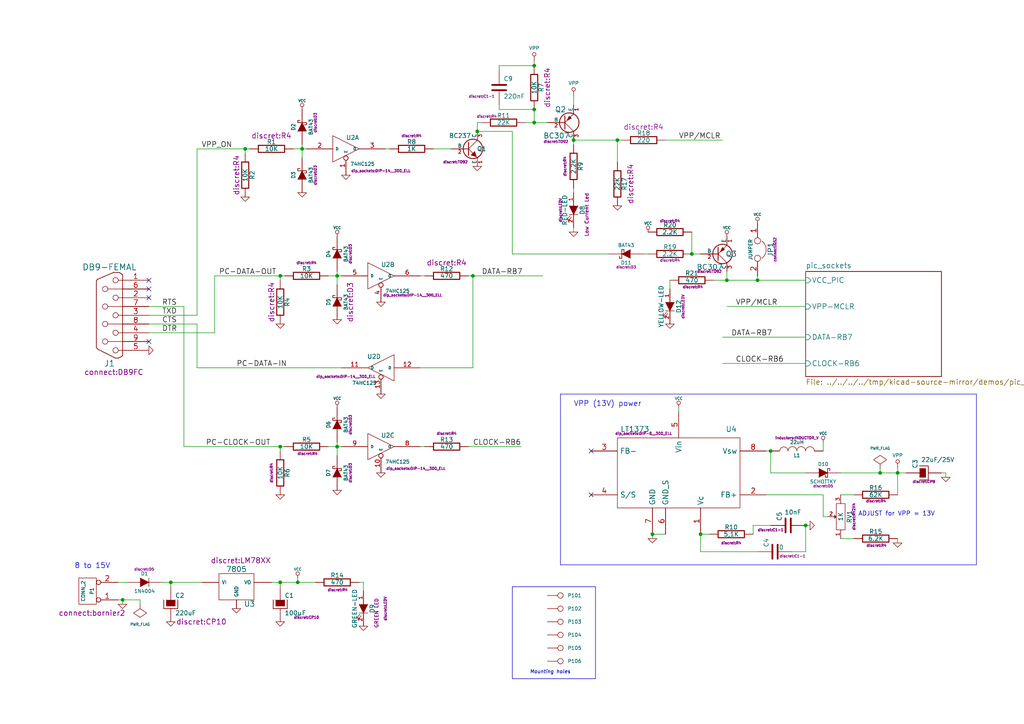
<source format=kicad_sch>
(kicad_sch (version 20230121) (generator eeschema)
  (paper "A4")
  (title_block (title "JDM - COM84 PIC Programmer with 13V DC/DC converter") (date "05 jan 2014") (rev "2") (company "KiCad"))
  (lib_symbols
    (symbol "pic_programmer-rescue:74LS125" (pin_names (offset 0.762))
      (property "Reference" "U" (at 0 2.54 0))
      (property "Value" "74LS125" (at 1.27 -3.81 0))
      (symbol "74LS125_0_0"
        (pin power_in line (at -3.81 3.81 270) (length 0) hide (name "VCC") (number "14"))
        (pin power_in line (at -3.81 -3.81 90) (length 0) hide (name "GND") (number "7"))
      )
      (symbol "74LS125_0_1"
        (polyline (pts (xy -3.81 3.81) (xy -3.81 -3.81) (xy 3.81 0) (xy -3.81 3.81)))
      )
      (symbol "74LS125_1_0"
        (pin input inverted (at 0 -7.62 90) (length 5.588) (name "E") (number "1"))
      )
      (symbol "74LS125_1_1"
        (pin input line (at -11.43 0 0) (length 7.62) (name "D") (number "2"))
        (pin tri_state line (at 11.43 0 180) (length 7.62) (name "O") (number "3"))
      )
      (symbol "74LS125_2_0"
        (pin input inverted (at 0 -7.62 90) (length 5.588) (name "E") (number "4"))
      )
      (symbol "74LS125_2_1"
        (pin input line (at -11.43 0 0) (length 7.62) (name "D") (number "5"))
        (pin tri_state line (at 11.43 0 180) (length 7.62) (name "O") (number "6"))
      )
      (symbol "74LS125_3_0"
        (pin input inverted (at 0 -7.62 90) (length 5.588) (name "E") (number "10"))
      )
      (symbol "74LS125_3_1"
        (pin tri_state line (at 11.43 0 180) (length 7.62) (name "O") (number "8"))
        (pin input line (at -11.43 0 0) (length 7.62) (name "D") (number "9"))
      )
      (symbol "74LS125_4_0"
        (pin input inverted (at 0 -7.62 90) (length 5.588) (name "E") (number "13"))
      )
      (symbol "74LS125_4_1"
        (pin tri_state line (at 11.43 0 180) (length 7.62) (name "O") (number "11"))
        (pin input line (at -11.43 0 0) (length 7.62) (name "D") (number "12"))
      )
    )
    (symbol "pic_programmer-rescue:7805" (pin_numbers hide) (pin_names (offset 0.762))
      (property "Reference" "U" (at 3.81 -4.9784 0))
      (property "Value" "7805" (at 0 5.08 0))
      (symbol "7805_0_1"
        (rectangle (start -5.08 -3.81) (end 5.08 3.81))
      )
      (symbol "7805_1_1"
        (pin input line (at 0 -6.35 90) (length 2.54) (name "GND") (number "GND"))
        (pin input line (at -10.16 1.27 0) (length 5.08) (name "VI") (number "VI"))
        (pin power_out line (at 10.16 1.27 180) (length 5.08) (name "VO") (number "VO"))
      )
    )
    (symbol "pic_programmer-rescue:C" (pin_numbers hide) (pin_names (offset 0.254))
      (property "Reference" "C" (at 0 2.54 0))
      (property "Value" "C" (at 0.1524 -2.159 0))
      (symbol "C_0_1"
        (polyline (pts (xy -2.032 -0.762) (xy 2.032 -0.762)) (stroke (width 0.508)))
        (polyline (pts (xy -2.032 0.762) (xy 2.032 0.762)) (stroke (width 0.508)))
      )
      (symbol "C_1_1"
        (pin passive line (at 0 5.08 270) (length 4.318) (name "~") (number "1"))
        (pin passive line (at 0 -5.08 90) (length 4.318) (name "~") (number "2"))
      )
    )
    (symbol "pic_programmer-rescue:CONN_1" (pin_numbers hide) (pin_names (offset 0.762) hide)
      (property "Reference" "P" (at 2.032 0 0))
      (symbol "CONN_1_0_1"
        (polyline (pts (xy -0.762 0) (xy -1.27 0)))
        (circle (center 0 0) (radius 0.7874))
      )
      (symbol "CONN_1_1_1"
        (pin passive line (at -3.81 0 0) (length 2.54) (name "1") (number "1"))
      )
    )
    (symbol "pic_programmer-rescue:CONN_2" (pin_names (offset 1.016) hide)
      (property "Reference" "P" (at -1.27 0 90))
      (property "Value" "CONN_2" (at 1.27 0 90))
      (symbol "CONN_2_0_1"
        (rectangle (start -2.54 3.81) (end 2.54 -3.81))
      )
      (symbol "CONN_2_1_1"
        (pin passive inverted (at -8.89 2.54 0) (length 6.35) (name "P1") (number "1"))
        (pin passive inverted (at -8.89 -2.54 0) (length 6.35) (name "PM") (number "2"))
      )
    )
    (symbol "pic_programmer-rescue:CP" (pin_numbers hide) (pin_names (offset 0.254) hide)
      (property "Reference" "C" (at 1.27 2.54 0))
      (property "Value" "CP" (at 1.27 -2.54 0))
      (symbol "CP_0_1"
        (polyline (pts (xy -2.032 1.27) (xy -2.032 -1.27) (xy 2.032 -1.27) (xy 2.032 1.27)) (stroke (width 0.2032)))
        (polyline (pts (xy -1.27 1.27) (xy -1.27 -0.508) (xy 1.27 -0.508) (xy 1.27 1.27)) (fill (type outline)))
      )
      (symbol "CP_1_1"
        (pin passive line (at 0 5.08 270) (length 3.81) (name "~") (number "1"))
        (pin passive line (at 0 -5.08 90) (length 3.81) (name "~") (number "2"))
      )
    )
    (symbol "pic_programmer-rescue:DB9" (pin_names (offset 1.016) hide)
      (property "Reference" "J" (at 0 13.97 0))
      (property "Value" "DB9" (at 0 -13.97 0))
      (symbol "DB9_0_1"
        (circle (center -1.778 -10.16) (radius 0.762))
        (circle (center -1.778 -5.08) (radius 0.762))
        (circle (center -1.778 0) (radius 0.762))
        (circle (center -1.778 5.08) (radius 0.762))
        (circle (center -1.778 10.16) (radius 0.762))
        (polyline (pts (xy -3.81 -11.684) (xy -3.81 11.684)) (stroke (width 0.2032)))
        (polyline (pts (xy -3.81 -11.6586) (xy -3.556 -11.938)) (stroke (width 0.2032)))
        (polyline (pts (xy -3.81 -10.16) (xy -2.54 -10.16)))
        (polyline (pts (xy -3.81 -7.62) (xy 0.508 -7.62)))
        (polyline (pts (xy -3.81 -5.08) (xy -2.54 -5.08)))
        (polyline (pts (xy -3.81 -2.54) (xy 0.508 -2.54)))
        (polyline (pts (xy -3.81 0) (xy -2.54 0)))
        (polyline (pts (xy -3.81 2.54) (xy 0.508 2.54)))
        (polyline (pts (xy -3.81 5.08) (xy -2.54 5.08)))
        (polyline (pts (xy -3.81 7.62) (xy 0.508 7.62)))
        (polyline (pts (xy -3.81 10.16) (xy -2.54 10.16)))
        (polyline (pts (xy -3.556 -11.938) (xy -2.794 -12.446)) (stroke (width 0.2032)))
        (polyline (pts (xy -3.556 11.938) (xy -3.81 11.684)) (stroke (width 0.2032)))
        (polyline (pts (xy -3.556 11.938) (xy -2.54 12.446)) (stroke (width 0.2032)))
        (polyline (pts (xy -2.794 -12.446) (xy -1.27 -12.446)) (stroke (width 0.2032)))
        (polyline (pts (xy -2.54 12.446) (xy -1.778 12.446)) (stroke (width 0.2032)))
        (polyline (pts (xy 3.2766 9.906) (xy -1.778 12.446)) (stroke (width 0.2032)))
        (polyline (pts (xy 3.2766 9.906) (xy 3.81 9.398)) (stroke (width 0.2032)))
        (polyline (pts (xy 3.556 -10.3886) (xy -1.27 -12.446)) (stroke (width 0.2032)))
        (polyline (pts (xy 3.81 -9.906) (xy 3.556 -10.3886)) (stroke (width 0.2032)))
        (polyline (pts (xy 3.81 9.398) (xy 3.81 -9.906)) (stroke (width 0.2032)))
        (circle (center 1.27 -7.62) (radius 0.762))
        (circle (center 1.27 -2.54) (radius 0.762))
        (circle (center 1.27 2.54) (radius 0.762))
        (circle (center 1.27 7.62) (radius 0.762))
      )
      (symbol "DB9_1_1"
        (pin passive line (at -11.43 -10.16 0) (length 7.62) (name "1") (number "1"))
        (pin passive line (at -11.43 -5.08 0) (length 7.62) (name "2") (number "2"))
        (pin passive line (at -11.43 0 0) (length 7.62) (name "3") (number "3"))
        (pin passive line (at -11.43 5.08 0) (length 7.62) (name "4") (number "4"))
        (pin passive line (at -11.43 10.16 0) (length 7.62) (name "5") (number "5"))
        (pin passive line (at -11.43 -7.62 0) (length 7.62) (name "P6") (number "6"))
        (pin passive line (at -11.43 -2.54 0) (length 7.62) (name "P7") (number "7"))
        (pin passive line (at -11.43 2.54 0) (length 7.62) (name "P8") (number "8"))
        (pin passive line (at -11.43 7.62 0) (length 7.62) (name "P9") (number "9"))
      )
    )
    (symbol "pic_programmer-rescue:DIODE" (pin_numbers hide) (pin_names (offset 1.016) hide)
      (property "Reference" "D" (at 0 2.54 0))
      (property "Value" "DIODE" (at 0 -2.54 0))
      (symbol "DIODE_0_1"
        (polyline (pts (xy 1.27 1.27) (xy 1.27 -1.27)) (stroke (width 0.1524)))
        (polyline (pts (xy -1.27 1.27) (xy 1.27 0) (xy -1.27 -1.27)) (fill (type outline)))
      )
      (symbol "DIODE_1_1"
        (pin passive line (at -5.08 0 0) (length 3.81) (name "A") (number "1"))
        (pin passive line (at 5.08 0 180) (length 3.81) (name "K") (number "2"))
      )
    )
    (symbol "pic_programmer-rescue:DIODESCH" (pin_numbers hide) (pin_names (offset 1.016) hide)
      (property "Reference" "D" (at 0 2.54 0))
      (property "Value" "DIODESCH" (at 0 -2.54 0))
      (symbol "DIODESCH_0_1"
        (polyline (pts (xy -1.27 1.27) (xy 1.27 0) (xy -1.27 -1.27)) (fill (type outline)))
        (polyline (pts (xy 1.905 0.635) (xy 1.905 1.27) (xy 1.27 1.27) (xy 1.27 -1.27) (xy 0.635 -1.27) (xy 0.635 -0.635)) (stroke (width 0.2032)))
      )
      (symbol "DIODESCH_1_1"
        (pin passive line (at -5.08 0 0) (length 3.81) (name "A") (number "1"))
        (pin passive line (at 5.08 0 180) (length 3.81) (name "K") (number "2"))
      )
    )
    (symbol "pic_programmer-rescue:GND" (power) (pin_names (offset 0))
      (symbol "GND_0_1"
        (polyline (pts (xy -1.27 0) (xy 0 -1.27) (xy 1.27 0) (xy -1.27 0)))
      )
      (symbol "GND_1_1"
        (pin power_in line (at 0 0 90) (length 0) hide (name "GND") (number "1"))
      )
    )
    (symbol "pic_programmer-rescue:INDUCTOR" (pin_numbers hide) (pin_names (offset 1.016) hide)
      (property "Reference" "L" (at -1.27 0 90))
      (property "Value" "INDUCTOR" (at 2.54 0 90))
      (symbol "INDUCTOR_0_1"
        (arc (start 0.0254 -5.0546) (mid 1.2449 -3.8097) (end 0.0254 -2.54))
        (arc (start 0.0254 -2.5146) (mid 1.2703 -1.2444) (end 0.0254 0.0508))
        (arc (start 0.0254 0.0254) (mid 1.2703 1.2956) (end 0.0254 2.5908))
        (arc (start 0.0254 2.5654) (mid 1.1941 3.7595) (end 0.0254 4.9784))
      )
      (symbol "INDUCTOR_1_1"
        (pin passive line (at 0 7.62 270) (length 2.54) (name "1") (number "1"))
        (pin passive line (at 0 -7.62 90) (length 2.54) (name "2") (number "2"))
      )
    )
    (symbol "pic_programmer-rescue:JUMPER" (pin_names (offset 0.762) hide)
      (property "Reference" "JP" (at 0 3.81 0))
      (property "Value" "JUMPER" (at 0 -2.032 0))
      (symbol "JUMPER_0_1"
        (circle (center -2.54 0) (radius 0.889))
        (arc (start 2.5146 1.27) (mid 0.0078 2.5097) (end -2.4892 1.27))
        (circle (center 2.54 0) (radius 0.889))
        (pin passive line (at -7.62 0 0) (length 4.191) (name "1") (number "1"))
        (pin passive line (at 7.62 0 180) (length 4.191) (name "2") (number "2"))
      )
    )
    (symbol "pic_programmer-rescue:LED" (pin_names (offset 1.016) hide)
      (property "Reference" "D" (at 0 2.54 0))
      (property "Value" "LED" (at 0 -2.54 0))
      (symbol "LED_0_1"
        (polyline (pts (xy 1.27 1.27) (xy 1.27 -1.27)))
        (polyline (pts (xy -1.27 1.27) (xy 1.27 0) (xy -1.27 -1.27)) (fill (type outline)))
        (polyline (pts (xy 1.651 -1.016) (xy 2.794 -2.032) (xy 2.667 -1.397)))
        (polyline (pts (xy 2.032 -0.635) (xy 3.175 -1.651) (xy 3.048 -1.016)))
      )
      (symbol "LED_1_1"
        (pin passive line (at -5.08 0 0) (length 3.81) (name "A") (number "1"))
        (pin passive line (at 5.08 0 180) (length 3.81) (name "K") (number "2"))
      )
    )
    (symbol "pic_programmer-rescue:LT1373" (pin_names (offset 0.762))
      (property "Reference" "U" (at 15.24 12.7 0))
      (property "Value" "LT1373" (at -12.7 12.7 0))
      (symbol "LT1373_0_1"
        (rectangle (start -17.78 -10.16) (end 17.78 10.16))
      )
      (symbol "LT1373_1_1"
        (pin input line (at 6.35 -17.78 90) (length 7.62) (name "Vc") (number "1"))
        (pin input line (at 25.4 -6.35 180) (length 7.62) (name "FB+") (number "2"))
        (pin passive line (at -25.4 6.35 0) (length 7.62) (name "FB-") (number "3"))
        (pin passive line (at -25.4 -6.35 0) (length 7.62) (name "S/S") (number "4"))
        (pin power_in line (at 0 17.78 270) (length 7.62) (name "Vin") (number "5"))
        (pin input line (at -3.81 -17.78 90) (length 7.62) (name "GND_S") (number "6"))
        (pin input line (at -7.62 -17.78 90) (length 7.62) (name "GND") (number "7"))
        (pin input line (at 25.4 6.35 180) (length 7.62) (name "Vsw") (number "8"))
      )
    )
    (symbol "pic_programmer-rescue:NPN" (pin_names (offset 0))
      (property "Reference" "Q" (at 0 -3.81 0))
      (property "Value" "NPN" (at 0 3.81 0))
      (symbol "NPN_0_1"
        (polyline (pts (xy 0 0) (xy 2.54 2.54)))
        (polyline (pts (xy 0 1.905) (xy 0 -1.905) (xy 0 -1.905)) (stroke (width 0.254)))
        (polyline (pts (xy 1.27 -1.27) (xy 0 0) (xy 0 0)))
        (polyline (pts (xy 2.286 -2.286) (xy 2.54 -2.54) (xy 2.54 -2.54)))
        (polyline (pts (xy 2.286 -2.286) (xy 1.778 -0.762) (xy 0.762 -1.778) (xy 2.286 -2.286) (xy 2.286 -2.286)) (fill (type outline)))
        (circle (center 1.27 0) (radius 2.8194) (stroke (width 0.254)))
      )
      (symbol "NPN_1_1"
        (pin passive line (at 2.54 -5.08 90) (length 2.54) (name "E") (number "1"))
        (pin input line (at -5.08 0 0) (length 5.08) (name "B") (number "2"))
        (pin passive line (at 2.54 5.08 270) (length 2.54) (name "C") (number "3"))
      )
    )
    (symbol "pic_programmer-rescue:PNP" (pin_names (offset 0))
      (property "Reference" "Q" (at 0 -3.81 0))
      (property "Value" "PNP" (at 0 3.81 0))
      (symbol "PNP_0_1"
        (polyline (pts (xy 0 0) (xy 2.54 2.54)))
        (polyline (pts (xy 0 1.905) (xy 0 -1.905) (xy 0 -1.905)) (stroke (width 0.254)) (fill (type outline)))
        (polyline (pts (xy 0.635 -0.635) (xy 0 0) (xy 0 0)))
        (polyline (pts (xy 2.54 -2.54) (xy 1.651 -1.651) (xy 1.651 -1.651)))
        (polyline (pts (xy 0.635 -0.635) (xy 1.27 -1.905) (xy 1.905 -1.27) (xy 0.635 -0.635) (xy 0.635 -0.635)) (fill (type outline)))
        (circle (center 1.27 0) (radius 2.8194) (stroke (width 0.254)))
      )
      (symbol "PNP_1_1"
        (pin passive line (at 2.54 -5.08 90) (length 2.54) (name "E") (number "1"))
        (pin input line (at -5.08 0 0) (length 5.08) (name "B") (number "2"))
        (pin passive line (at 2.54 5.08 270) (length 2.54) (name "C") (number "3"))
      )
    )
    (symbol "pic_programmer-rescue:POT" (pin_names (offset 1.016) hide)
      (property "Reference" "RV" (at 0 -2.54 0))
      (property "Value" "POT" (at 0 0 0))
      (symbol "POT_0_1"
        (rectangle (start -3.81 1.27) (end 3.81 -1.27))
        (polyline (pts (xy 0 1.27) (xy -0.508 1.778) (xy 0.508 1.778)) (fill (type outline)))
      )
      (symbol "POT_1_1"
        (pin passive line (at -6.35 0 0) (length 2.54) (name "1") (number "1"))
        (pin passive line (at 0 3.81 270) (length 2.032) (name "2") (number "2"))
        (pin passive line (at 6.35 0 180) (length 2.54) (name "3") (number "3"))
      )
    )
    (symbol "pic_programmer-rescue:PWR_FLAG" (power) (pin_numbers hide) (pin_names (offset 0) hide)
      (property "Value" "PWR_FLAG" (at 0 4.572 0))
      (symbol "PWR_FLAG_0_0"
        (pin power_out line (at 0 0 90) (length 0) (name "pwr") (number "1"))
      )
      (symbol "PWR_FLAG_0_1"
        (polyline (pts (xy 0 0) (xy 0 1.27) (xy -1.905 2.54) (xy 0 3.81) (xy 1.905 2.54) (xy 0 1.27)))
      )
    )
    (symbol "pic_programmer-rescue:R" (pin_numbers hide) (pin_names (offset 0))
      (property "Reference" "R" (at 2.032 0 90))
      (property "Value" "R" (at 0.1778 0.0254 90))
      (symbol "R_0_1"
        (rectangle (start -1.016 3.81) (end 1.016 -3.81) (stroke (width 0.3048)))
      )
      (symbol "R_1_1"
        (pin passive line (at 0 6.35 270) (length 2.54) (name "~") (number "1"))
        (pin passive line (at 0 -6.35 90) (length 2.54) (name "~") (number "2"))
      )
    )
    (symbol "pic_programmer-rescue:VCC" (power) (pin_names (offset 0))
      (property "Value" "VCC" (at 0 2.54 0))
      (symbol "VCC_0_0"
        (pin power_in line (at 0 0 90) (length 0) hide (name "VCC") (number "1"))
      )
      (symbol "VCC_0_1"
        (polyline (pts (xy 0 0) (xy 0 0.762) (xy 0 0.762)))
        (circle (center 0 1.27) (radius 0.508))
      )
    )
    (symbol "pic_programmer-rescue:VPP" (pin_names (offset 0))
      (property "Value" "VPP" (at 0 3.81 0))
      (symbol "VPP_0_0"
        (pin power_in line (at 0 0 90) (length 0) hide (name "VPP") (number "1"))
      )
      (symbol "VPP_0_1"
        (polyline (pts (xy 0 1.524) (xy 0 0)))
        (circle (center 0 2.032) (radius 0.508))
      )
    )
  )
  (junction (at 200.66 73.66))
  (junction (at 81.28 80.01))
  (junction (at 189.23 154.94))
  (junction (at 86.36 168.91))
  (junction (at 219.71 81.28))
  (junction (at 210.82 81.28))
  (junction (at 87.63 43.18))
  (junction (at 260.35 137.16))
  (junction (at 166.37 40.64))
  (junction (at 97.79 129.54))
  (junction (at 203.2 154.94))
  (junction (at 138.43 38.1))
  (junction (at 154.94 31.75))
  (junction (at 81.28 129.54))
  (junction (at 154.94 19.05))
  (junction (at 179.07 40.64))
  (junction (at 81.28 168.91))
  (junction (at 233.68 152.4))
  (junction (at 49.53 168.91))
  (junction (at 97.79 80.01))
  (junction (at 255.27 137.16))
  (junction (at 223.52 130.81))
  (junction (at 137.16 80.01))
  (junction (at 35.56 173.99))
  (junction (at 71.12 43.18))
  (junction (at 154.94 35.56))
  (no_connect (at 171.45 143.51))
  (no_connect (at 43.18 86.36))
  (no_connect (at 43.18 83.82))
  (no_connect (at 43.18 81.28))
  (no_connect (at 43.18 99.06))
  (no_connect (at 171.45 130.81))
  (wire (pts (xy 43.18 93.98) (xy 57.15 93.98)))
  (wire (pts (xy 229.87 160.02) (xy 233.68 160.02)))
  (wire (pts (xy 260.35 137.16) (xy 260.35 143.51)))
  (polyline (pts (xy 172.72 196.85) (xy 148.59 196.85)))
  (wire (pts (xy 99.06 106.68) (xy 57.15 106.68)))
  (wire (pts (xy 255.27 135.89) (xy 255.27 137.16)))
  (wire (pts (xy 166.37 54.61) (xy 166.37 55.88)))
  (wire (pts (xy 123.19 129.54) (xy 121.92 129.54)))
  (wire (pts (xy 71.12 43.18) (xy 72.39 43.18)))
  (wire (pts (xy 233.68 97.79) (xy 209.55 97.79)))
  (wire (pts (xy 233.68 160.02) (xy 233.68 152.4)))
  (wire (pts (xy 196.85 119.38) (xy 196.85 118.11)))
  (polyline (pts (xy 148.59 170.18) (xy 172.72 170.18)))
  (wire (pts (xy 144.78 20.32) (xy 144.78 19.05)))
  (wire (pts (xy 154.94 35.56) (xy 158.75 35.56)))
  (polyline (pts (xy 148.59 196.85) (xy 148.59 170.18)))
  (wire (pts (xy 137.16 80.01) (xy 157.48 80.01)))
  (wire (pts (xy 78.74 168.91) (xy 81.28 168.91)))
  (polyline (pts (xy 283.21 114.3) (xy 162.56 114.3)))
  (wire (pts (xy 238.76 149.86) (xy 238.76 143.51)))
  (wire (pts (xy 240.03 149.86) (xy 238.76 149.86)))
  (polyline (pts (xy 172.72 170.18) (xy 172.72 196.85)))
  (wire (pts (xy 138.43 35.56) (xy 138.43 38.1)))
  (wire (pts (xy 154.94 31.75) (xy 154.94 35.56)))
  (wire (pts (xy 34.29 173.99) (xy 35.56 173.99)))
  (wire (pts (xy 255.27 137.16) (xy 260.35 137.16)))
  (wire (pts (xy 247.65 143.51) (xy 243.84 143.51)))
  (wire (pts (xy 179.07 46.99) (xy 179.07 40.64)))
  (wire (pts (xy 148.59 73.66) (xy 176.53 73.66)))
  (wire (pts (xy 203.2 73.66) (xy 200.66 73.66)))
  (wire (pts (xy 260.35 156.21) (xy 260.35 157.48)))
  (wire (pts (xy 210.82 81.28) (xy 219.71 81.28)))
  (wire (pts (xy 49.53 170.18) (xy 49.53 168.91)))
  (wire (pts (xy 233.68 137.16) (xy 223.52 137.16)))
  (wire (pts (xy 166.37 40.64) (xy 179.07 40.64)))
  (wire (pts (xy 40.64 173.99) (xy 40.64 175.26)))
  (wire (pts (xy 189.23 156.21) (xy 189.23 154.94)))
  (wire (pts (xy 57.15 43.18) (xy 71.12 43.18)))
  (wire (pts (xy 36.83 168.91) (xy 34.29 168.91)))
  (wire (pts (xy 219.71 81.28) (xy 219.71 80.01)))
  (wire (pts (xy 81.28 168.91) (xy 81.28 170.18)))
  (wire (pts (xy 130.81 43.18) (xy 125.73 43.18)))
  (wire (pts (xy 194.31 83.82) (xy 194.31 81.28)))
  (wire (pts (xy 135.89 80.01) (xy 137.16 80.01)))
  (wire (pts (xy 166.37 66.04) (xy 166.37 67.31)))
  (wire (pts (xy 123.19 80.01) (xy 121.92 80.01)))
  (wire (pts (xy 86.36 168.91) (xy 91.44 168.91)))
  (wire (pts (xy 205.74 154.94) (xy 203.2 154.94)))
  (wire (pts (xy 138.43 38.1) (xy 148.59 38.1)))
  (wire (pts (xy 81.28 129.54) (xy 82.55 129.54)))
  (wire (pts (xy 193.04 40.64) (xy 209.55 40.64)))
  (wire (pts (xy 138.43 35.56) (xy 139.7 35.56)))
  (wire (pts (xy 121.92 106.68) (xy 137.16 106.68)))
  (wire (pts (xy 210.82 88.9) (xy 233.68 88.9)))
  (wire (pts (xy 53.34 129.54) (xy 53.34 88.9)))
  (wire (pts (xy 260.35 137.16) (xy 262.89 137.16)))
  (wire (pts (xy 57.15 106.68) (xy 57.15 93.98)))
  (wire (pts (xy 243.84 137.16) (xy 255.27 137.16)))
  (wire (pts (xy 166.37 30.48) (xy 166.37 27.94)))
  (wire (pts (xy 207.01 81.28) (xy 210.82 81.28)))
  (wire (pts (xy 233.68 152.4) (xy 234.95 152.4)))
  (wire (pts (xy 166.37 40.64) (xy 166.37 41.91)))
  (wire (pts (xy 105.41 171.45) (xy 105.41 168.91)))
  (wire (pts (xy 154.94 19.05) (xy 154.94 17.78)))
  (wire (pts (xy 35.56 173.99) (xy 40.64 173.99)))
  (wire (pts (xy 57.15 43.18) (xy 57.15 91.44)))
  (polyline (pts (xy 162.56 163.83) (xy 283.21 163.83)))
  (wire (pts (xy 53.34 88.9) (xy 43.18 88.9)))
  (wire (pts (xy 62.23 96.52) (xy 43.18 96.52)))
  (wire (pts (xy 71.12 44.45) (xy 71.12 43.18)))
  (wire (pts (xy 187.96 73.66) (xy 186.69 73.66)))
  (wire (pts (xy 247.65 156.21) (xy 243.84 156.21)))
  (wire (pts (xy 62.23 80.01) (xy 81.28 80.01)))
  (wire (pts (xy 219.71 81.28) (xy 233.68 81.28)))
  (wire (pts (xy 113.03 43.18) (xy 111.76 43.18)))
  (wire (pts (xy 260.35 135.89) (xy 260.35 137.16)))
  (wire (pts (xy 144.78 19.05) (xy 154.94 19.05)))
  (wire (pts (xy 274.32 138.43) (xy 274.32 137.16)))
  (wire (pts (xy 144.78 31.75) (xy 144.78 30.48)))
  (wire (pts (xy 87.63 43.18) (xy 88.9 43.18)))
  (wire (pts (xy 238.76 128.27) (xy 238.76 130.81)))
  (polyline (pts (xy 162.56 114.3) (xy 162.56 163.83)))
  (wire (pts (xy 97.79 129.54) (xy 97.79 132.08)))
  (wire (pts (xy 144.78 31.75) (xy 154.94 31.75)))
  (wire (pts (xy 203.2 154.94) (xy 203.2 160.02)))
  (wire (pts (xy 223.52 130.81) (xy 222.25 130.81)))
  (wire (pts (xy 86.36 168.91) (xy 86.36 167.64)))
  (wire (pts (xy 53.34 129.54) (xy 81.28 129.54)))
  (wire (pts (xy 97.79 78.74) (xy 97.79 80.01)))
  (wire (pts (xy 97.79 128.27) (xy 97.79 129.54)))
  (wire (pts (xy 210.82 81.28) (xy 210.82 78.74)))
  (wire (pts (xy 49.53 168.91) (xy 58.42 168.91)))
  (wire (pts (xy 179.07 40.64) (xy 180.34 40.64)))
  (wire (pts (xy 189.23 154.94) (xy 193.04 154.94)))
  (wire (pts (xy 95.25 129.54) (xy 97.79 129.54)))
  (wire (pts (xy 238.76 143.51) (xy 222.25 143.51)))
  (wire (pts (xy 137.16 106.68) (xy 137.16 80.01)))
  (polyline (pts (xy 283.21 114.3) (xy 283.21 163.83)))
  (wire (pts (xy 85.09 43.18) (xy 87.63 43.18)))
  (wire (pts (xy 87.63 41.91) (xy 87.63 43.18)))
  (wire (pts (xy 81.28 80.01) (xy 82.55 80.01)))
  (wire (pts (xy 151.13 129.54) (xy 135.89 129.54)))
  (wire (pts (xy 223.52 152.4) (xy 218.44 152.4)))
  (wire (pts (xy 200.66 73.66) (xy 200.66 67.31)))
  (wire (pts (xy 87.63 43.18) (xy 87.63 45.72)))
  (wire (pts (xy 81.28 168.91) (xy 86.36 168.91)))
  (wire (pts (xy 105.41 168.91) (xy 104.14 168.91)))
  (wire (pts (xy 95.25 80.01) (xy 97.79 80.01)))
  (wire (pts (xy 57.15 91.44) (xy 43.18 91.44)))
  (wire (pts (xy 97.79 80.01) (xy 99.06 80.01)))
  (wire (pts (xy 81.28 130.81) (xy 81.28 129.54)))
  (wire (pts (xy 148.59 38.1) (xy 148.59 73.66)))
  (wire (pts (xy 152.4 35.56) (xy 154.94 35.56)))
  (wire (pts (xy 97.79 129.54) (xy 99.06 129.54)))
  (wire (pts (xy 233.68 105.41) (xy 209.55 105.41)))
  (wire (pts (xy 218.44 152.4) (xy 218.44 154.94)))
  (wire (pts (xy 46.99 168.91) (xy 49.53 168.91)))
  (wire (pts (xy 203.2 160.02) (xy 219.71 160.02)))
  (wire (pts (xy 62.23 96.52) (xy 62.23 80.01)))
  (wire (pts (xy 97.79 80.01) (xy 97.79 82.55)))
  (wire (pts (xy 274.32 137.16) (xy 273.05 137.16)))
  (wire (pts (xy 223.52 137.16) (xy 223.52 130.81)))
  (wire (pts (xy 35.56 175.26) (xy 35.56 173.99)))
  (wire (pts (xy 81.28 81.28) (xy 81.28 80.01)))
  (text "VPP (13V) power" (at 166.37 118.11 0) (effects (font (size 1.524 1.524)) (justify left bottom)))
  (text "8 to 15V" (at 21.59 165.1 0) (effects (font (size 1.524 1.524)) (justify left bottom)))
  (text "ADJUST for VPP = 13V" (at 248.92 149.86 0) (effects (font (size 1.27 1.27)) (justify left bottom)))
  (text "Mounting holes" (at 153.67 195.58 0) (effects (font (size 1.016 1.016) italic) (justify left bottom)))
  (label "VPP/MCLR" (at 196.85 40.64 0) (effects (font (size 1.524 1.524))))
  (label "PC-CLOCK-OUT" (at 59.69 129.54 0) (effects (font (size 1.524 1.524))))
  (label "CLOCK-RB6" (at 137.16 129.54 0) (effects (font (size 1.524 1.524))))
  (label "PC-DATA-OUT" (at 63.5 80.01 0) (effects (font (size 1.524 1.524))))
  (label "PC-DATA-IN" (at 68.58 106.68 0) (effects (font (size 1.524 1.524))))
  (label "TXD" (at 46.99 91.44 0) (effects (font (size 1.524 1.524))))
  (label "CLOCK-RB6" (at 213.36 105.41 0) (effects (font (size 1.524 1.524))))
  (label "RTS" (at 46.99 88.9 0) (effects (font (size 1.524 1.524))))
  (label "DTR" (at 46.99 96.52 0) (effects (font (size 1.524 1.524))))
  (label "VPP/MCLR" (at 213.36 88.9 0) (effects (font (size 1.524 1.524))))
  (label "VPP_ON" (at 58.42 43.18 0) (effects (font (size 1.524 1.524))))
  (label "DATA-RB7" (at 212.09 97.79 0) (effects (font (size 1.524 1.524))))
  (label "CTS" (at 46.99 93.98 0) (effects (font (size 1.524 1.524))))
  (label "DATA-RB7" (at 139.7 80.01 0) (effects (font (size 1.524 1.524))))
  (symbol (lib_id "pic_programmer-rescue:DB9") (at 31.75 91.44 180) (unit 1)
    (property "Reference" "J1" (at 31.75 105.41 0) (effects (font (size 1.778 1.778))))
    (property "Value" "DB9-FEMAL" (at 31.75 77.47 0) (effects (font (size 1.778 1.778))))
    (property "Footprint" "connect:DB9FC" (at 33.02 107.95 0) (effects (font (size 1.524 1.524))))
  )
  (symbol (lib_id "pic_programmer-rescue:74LS125") (at 100.33 43.18 0) (unit 1)
    (property "Reference" "U2" (at 100.33 40.64 0) (effects (justify left bottom)))
    (property "Value" "74HC125" (at 101.6 46.99 0) (effects (font (size 1.016 1.016)) (justify left top)))
    (property "Footprint" "dip_sockets:DIP-14__300_ELL" (at 110.49 49.53 0) (effects (font (size 0.762 0.762))))
  )
  (symbol (lib_id "pic_programmer-rescue:R") (at 78.74 43.18 90) (unit 1)
    (property "Reference" "R1" (at 78.74 41.148 90))
    (property "Value" "10K" (at 78.74 43.18 90))
    (property "Footprint" "discret:R4" (at 78.74 39.37 90) (effects (font (size 1.524 1.524))))
  )
  (symbol (lib_id "pic_programmer-rescue:R") (at 71.12 50.8 0) (unit 1)
    (property "Reference" "R2" (at 73.152 50.8 90))
    (property "Value" "10K" (at 71.12 50.8 90))
    (property "Footprint" "discret:R4" (at 68.58 50.8 90) (effects (font (size 1.524 1.524))))
  )
  (symbol (lib_id "pic_programmer-rescue:DIODESCH") (at 87.63 36.83 90) (unit 1)
    (property "Reference" "D2" (at 85.09 36.83 0) (effects (font (size 1.016 1.016))))
    (property "Value" "BAT43" (at 90.17 36.83 0) (effects (font (size 1.016 1.016))))
    (property "Footprint" "discret:D3" (at 91.44 35.56 0) (effects (font (size 0.762 0.762))))
  )
  (symbol (lib_id "pic_programmer-rescue:DIODESCH") (at 87.63 50.8 90) (unit 1)
    (property "Reference" "D3" (at 85.09 50.8 0) (effects (font (size 1.016 1.016))))
    (property "Value" "BAT43" (at 90.17 50.8 0) (effects (font (size 1.016 1.016))))
    (property "Footprint" "discret:D3" (at 91.44 50.8 0) (effects (font (size 0.762 0.762))))
  )
  (symbol (lib_id "pic_programmer-rescue:GND") (at 100.33 50.8 0) (unit 1)
    (property "Reference" "#PWR035" (effects hide))
    (property "Value" "GND" (effects hide))
  )
  (symbol (lib_id "pic_programmer-rescue:GND") (at 87.63 55.88 0) (unit 1)
    (property "Reference" "#PWR034" (effects hide))
    (property "Value" "GND" (effects hide))
  )
  (symbol (lib_id "pic_programmer-rescue:VCC") (at 87.63 31.75 0) (unit 1)
    (property "Reference" "#PWR033" (effects hide))
    (property "Value" "VCC" (at 87.63 29.21 0) (effects (font (size 0.762 0.762))))
  )
  (symbol (lib_id "pic_programmer-rescue:74LS125") (at 110.49 80.01 0) (unit 2)
    (property "Reference" "U2" (at 110.49 77.47 0) (effects (justify left bottom)))
    (property "Value" "74HC125" (at 111.76 83.82 0) (effects (font (size 1.016 1.016)) (justify left top)))
    (property "Footprint" "dip_sockets:DIP-14__300_ELL" (at 119.6848 85.598 0) (effects (font (size 0.762 0.762))))
  )
  (symbol (lib_id "pic_programmer-rescue:R") (at 88.9 80.01 90) (unit 1)
    (property "Reference" "R3" (at 88.9 77.978 90))
    (property "Value" "10K" (at 88.9 80.01 90))
    (property "Footprint" "discret:R4" (at 88.9 76.2 90) (effects (font (size 0.762 0.762))))
  )
  (symbol (lib_id "pic_programmer-rescue:R") (at 81.28 87.63 0) (unit 1)
    (property "Reference" "R4" (at 83.312 87.63 90))
    (property "Value" "10K" (at 81.28 87.63 90))
    (property "Footprint" "discret:R4" (at 78.74 87.63 90) (effects (font (size 1.524 1.524))))
  )
  (symbol (lib_id "pic_programmer-rescue:DIODESCH") (at 97.79 73.66 90) (unit 1)
    (property "Reference" "D4" (at 95.25 73.66 0) (effects (font (size 1.016 1.016))))
    (property "Value" "BAT43" (at 100.33 73.66 0) (effects (font (size 1.016 1.016))))
    (property "Footprint" "discret:D3" (at 101.6 73.66 0) (effects (font (size 0.762 0.762))))
  )
  (symbol (lib_id "pic_programmer-rescue:DIODESCH") (at 97.79 87.63 90) (unit 1)
    (property "Reference" "D5" (at 95.25 87.63 0) (effects (font (size 1.016 1.016))))
    (property "Value" "BAT43" (at 100.33 87.63 0) (effects (font (size 1.016 1.016))))
    (property "Footprint" "discret:D3" (at 101.6 87.63 0) (effects (font (size 1.524 1.524))))
  )
  (symbol (lib_id "pic_programmer-rescue:GND") (at 110.49 87.63 0) (unit 1)
    (property "Reference" "#PWR032" (effects hide))
    (property "Value" "GND" (effects hide))
  )
  (symbol (lib_id "pic_programmer-rescue:GND") (at 97.79 92.71 0) (unit 1)
    (property "Reference" "#PWR031" (effects hide))
    (property "Value" "GND" (effects hide))
  )
  (symbol (lib_id "pic_programmer-rescue:VCC") (at 97.79 68.58 0) (unit 1)
    (property "Reference" "#PWR030" (effects hide))
    (property "Value" "VCC" (at 97.79 66.04 0) (effects (font (size 0.762 0.762))))
  )
  (symbol (lib_id "pic_programmer-rescue:74LS125") (at 110.49 129.54 0) (unit 3)
    (property "Reference" "U2" (at 110.49 127 0) (effects (justify left bottom)))
    (property "Value" "74HC125" (at 111.76 133.35 0) (effects (font (size 1.016 1.016)) (justify left top)))
    (property "Footprint" "dip_sockets:DIP-14__300_ELL" (at 120.65 135.89 0) (effects (font (size 0.762 0.762))))
  )
  (symbol (lib_id "pic_programmer-rescue:R") (at 88.9 129.54 90) (unit 1)
    (property "Reference" "R5" (at 88.9 127.508 90))
    (property "Value" "10K" (at 88.9 129.54 90))
    (property "Footprint" "discret:R4" (at 89.2048 131.572 90) (effects (font (size 0.762 0.762))))
  )
  (symbol (lib_id "pic_programmer-rescue:R") (at 81.28 137.16 0) (unit 1)
    (property "Reference" "R6" (at 83.312 137.16 90))
    (property "Value" "10K" (at 81.28 137.16 90))
    (property "Footprint" "discret:R4" (at 78.74 137.16 90) (effects (font (size 0.762 0.762))))
  )
  (symbol (lib_id "pic_programmer-rescue:DIODESCH") (at 97.79 123.19 90) (unit 1)
    (property "Reference" "D6" (at 95.25 123.19 0) (effects (font (size 1.016 1.016))))
    (property "Value" "BAT43" (at 100.33 123.19 0) (effects (font (size 1.016 1.016))))
    (property "Footprint" "discret:D3" (at 101.6 123.19 0) (effects (font (size 0.762 0.762))))
  )
  (symbol (lib_id "pic_programmer-rescue:DIODESCH") (at 97.79 137.16 90) (unit 1)
    (property "Reference" "D7" (at 95.25 137.16 0) (effects (font (size 1.016 1.016))))
    (property "Value" "BAT43" (at 100.33 137.16 0) (effects (font (size 1.016 1.016))))
    (property "Footprint" "discret:D3" (at 101.6 137.16 0) (effects (font (size 0.762 0.762))))
  )
  (symbol (lib_id "pic_programmer-rescue:GND") (at 110.49 137.16 0) (unit 1)
    (property "Reference" "#PWR029" (effects hide))
    (property "Value" "GND" (effects hide))
  )
  (symbol (lib_id "pic_programmer-rescue:GND") (at 97.79 142.24 0) (unit 1)
    (property "Reference" "#PWR028" (effects hide))
    (property "Value" "GND" (effects hide))
  )
  (symbol (lib_id "pic_programmer-rescue:VCC") (at 97.79 118.11 0) (unit 1)
    (property "Reference" "#PWR027" (effects hide))
    (property "Value" "VCC" (at 97.79 115.57 0) (effects (font (size 0.762 0.762))))
  )
  (symbol (lib_id "pic_programmer-rescue:74LS125") (at 110.49 106.68 0) (mirror y) (unit 4)
    (property "Reference" "U2" (at 110.49 104.14 0) (effects (justify left bottom)))
    (property "Value" "74HC125" (at 109.22 110.49 0) (effects (font (size 1.016 1.016)) (justify left top)))
    (property "Footprint" "dip_sockets:DIP-14__300_ELL" (at 100.33 109.22 0) (effects (font (size 0.762 0.762))))
  )
  (symbol (lib_id "pic_programmer-rescue:GND") (at 110.49 114.3 0) (unit 1)
    (property "Reference" "#PWR026" (effects hide))
    (property "Value" "GND" (effects hide))
  )
  (symbol (lib_id "pic_programmer-rescue:R") (at 129.54 80.01 90) (unit 1)
    (property "Reference" "R12" (at 129.54 77.978 90))
    (property "Value" "470" (at 129.54 80.01 90))
    (property "Footprint" "discret:R4" (at 129.54 76.2 90) (effects (font (size 1.524 1.524))))
  )
  (symbol (lib_id "pic_programmer-rescue:R") (at 129.54 129.54 90) (unit 1)
    (property "Reference" "R13" (at 129.54 127.508 90))
    (property "Value" "470" (at 129.54 129.54 90))
    (property "Footprint" "discret:R4" (at 129.54 125.73 90) (effects (font (size 0.762 0.762))))
  )
  (symbol (lib_id "pic_programmer-rescue:R") (at 119.38 43.18 90) (unit 1)
    (property "Reference" "R8" (at 119.38 41.148 90))
    (property "Value" "1K" (at 119.38 43.18 90))
    (property "Footprint" "discret:R4" (at 119.38 39.37 90) (effects (font (size 0.762 0.762))))
  )
  (symbol (lib_id "pic_programmer-rescue:GND") (at 81.28 93.98 0) (unit 1)
    (property "Reference" "#PWR025" (effects hide))
    (property "Value" "GND" (effects hide))
  )
  (symbol (lib_id "pic_programmer-rescue:GND") (at 81.28 143.51 0) (unit 1)
    (property "Reference" "#PWR024" (effects hide))
    (property "Value" "GND" (effects hide))
  )
  (symbol (lib_id "pic_programmer-rescue:GND") (at 71.12 57.15 0) (unit 1)
    (property "Reference" "#PWR023" (effects hide))
    (property "Value" "GND" (effects hide))
  )
  (symbol (lib_id "pic_programmer-rescue:GND") (at 43.18 101.6 90) (unit 1)
    (property "Reference" "#PWR022" (effects hide))
    (property "Value" "GND" (effects hide))
  )
  (symbol (lib_id "pic_programmer-rescue:NPN") (at 135.89 43.18 0) (unit 1)
    (property "Reference" "Q1" (at 139.7 43.18 0))
    (property "Value" "BC237" (at 133.4008 39.37 0))
    (property "Footprint" "discret:TO92" (at 132.08 46.99 0) (effects (font (size 0.762 0.762))))
  )
  (symbol (lib_id "pic_programmer-rescue:GND") (at 138.43 48.26 0) (unit 1)
    (property "Reference" "#PWR021" (effects hide))
    (property "Value" "GND" (effects hide))
  )
  (symbol (lib_id "pic_programmer-rescue:R") (at 146.05 35.56 90) (unit 1)
    (property "Reference" "R11" (at 146.05 33.528 90))
    (property "Value" "22K" (at 146.05 35.56 90))
    (property "Footprint" "discret:R4" (at 141.1986 33.7566 90) (effects (font (size 0.762 0.762))))
  )
  (symbol (lib_id "pic_programmer-rescue:R") (at 154.94 25.4 0) (unit 1)
    (property "Reference" "R7" (at 156.972 25.4 90))
    (property "Value" "10K" (at 154.94 25.4 90))
    (property "Footprint" "discret:R4" (at 158.75 25.4 90) (effects (font (size 1.524 1.524))))
  )
  (symbol (lib_id "pic_programmer-rescue:PNP") (at 163.83 35.56 0) (mirror x) (unit 1)
    (property "Reference" "Q2" (at 162.56 31.75 0) (effects (font (size 1.524 1.524))))
    (property "Value" "BC307" (at 161.3916 39.37 0) (effects (font (size 1.524 1.524))))
    (property "Footprint" "discret:TO92" (at 161.2392 41.0718 0) (effects (font (size 0.762 0.762))))
  )
  (symbol (lib_id "pic_programmer-rescue:VPP") (at 154.94 17.78 0) (unit 1)
    (property "Reference" "#PWR122" (effects hide))
    (property "Value" "VPP" (at 154.94 13.97 0) (effects (font (size 1.016 1.016))))
  )
  (symbol (lib_id "pic_programmer-rescue:VPP") (at 166.37 27.94 0) (unit 1)
    (property "Reference" "#PWR123" (effects hide))
    (property "Value" "VPP" (at 166.37 24.13 0) (effects (font (size 1.016 1.016))))
  )
  (symbol (lib_id "pic_programmer-rescue:R") (at 166.37 48.26 0) (unit 1)
    (property "Reference" "R9" (at 168.402 48.26 90))
    (property "Value" "2.2K" (at 166.37 48.26 90))
    (property "Footprint" "discret:R4" (at 163.83 48.26 90) (effects (font (size 0.762 0.762))))
  )
  (symbol (lib_id "pic_programmer-rescue:LED") (at 166.37 60.96 270) (unit 1)
    (property "Reference" "D8" (at 168.91 60.96 0))
    (property "Value" "RED-LED" (at 163.83 60.96 0))
    (property "Footprint" "discret:LEDV" (at 162.56 60.96 0) (effects (font (size 0.762 0.762))))
    (property "Champ4" "Low Current Led" (at 170.18 62.23 0) (effects (font (size 1.016 1.016))))
  )
  (symbol (lib_id "pic_programmer-rescue:CONN_2") (at 25.4 171.45 180) (unit 1)
    (property "Reference" "P1" (at 26.67 171.45 90) (effects (font (size 1.016 1.016))))
    (property "Value" "CONN_2" (at 24.13 171.45 90) (effects (font (size 1.016 1.016))))
    (property "Footprint" "connect:bornier2" (at 26.67 177.8 0) (effects (font (size 1.524 1.524))))
  )
  (symbol (lib_id "pic_programmer-rescue:DIODE") (at 41.91 168.91 0) (unit 1)
    (property "Reference" "D1" (at 41.91 166.37 0) (effects (font (size 1.016 1.016))))
    (property "Value" "1N4004" (at 41.91 171.45 0) (effects (font (size 1.016 1.016))))
    (property "Footprint" "discret:D5" (at 41.8084 165.1 0) (effects (font (size 0.762 0.762))))
  )
  (symbol (lib_id "pic_programmer-rescue:GND") (at 35.56 175.26 0) (unit 1)
    (property "Reference" "#PWR020" (effects hide))
    (property "Value" "GND" (effects hide))
  )
  (symbol (lib_id "pic_programmer-rescue:CP") (at 49.53 175.26 0) (unit 1)
    (property "Reference" "C2" (at 50.8 172.72 0) (effects (justify left)))
    (property "Value" "220uF" (at 50.8 177.8 0) (effects (justify left)))
    (property "Footprint" "discret:CP10" (at 58.42 180.34 0) (effects (font (size 1.524 1.524))))
  )
  (symbol (lib_id "pic_programmer-rescue:GND") (at 49.53 180.34 0) (unit 1)
    (property "Reference" "#PWR019" (effects hide))
    (property "Value" "GND" (effects hide))
  )
  (symbol (lib_id "pic_programmer-rescue:7805") (at 68.58 170.18 0) (unit 1)
    (property "Reference" "U3" (at 72.39 175.1584 0) (effects (font (size 1.524 1.524))))
    (property "Value" "7805" (at 68.58 165.1 0) (effects (font (size 1.524 1.524))))
    (property "Footprint" "discret:LM78XX" (at 69.85 162.56 0) (effects (font (size 1.524 1.524))))
  )
  (symbol (lib_id "pic_programmer-rescue:GND") (at 68.58 176.53 0) (unit 1)
    (property "Reference" "#PWR018" (effects hide))
    (property "Value" "GND" (effects hide))
  )
  (symbol (lib_id "pic_programmer-rescue:CP") (at 81.28 175.26 0) (unit 1)
    (property "Reference" "C1" (at 82.55 172.72 0) (effects (justify left)))
    (property "Value" "100µF" (at 82.55 177.8 0) (effects (justify left)))
    (property "Footprint" "discret:CP10" (at 88.9 179.07 0) (effects (font (size 0.762 0.762))))
  )
  (symbol (lib_id "pic_programmer-rescue:GND") (at 81.28 180.34 0) (unit 1)
    (property "Reference" "#PWR017" (effects hide))
    (property "Value" "GND" (effects hide))
  )
  (symbol (lib_id "pic_programmer-rescue:R") (at 97.79 168.91 90) (unit 1)
    (property "Reference" "R14" (at 97.79 166.878 90))
    (property "Value" "470" (at 97.79 168.91 90))
    (property "Footprint" "discret:R4" (at 97.917 171.069 90) (effects (font (size 0.762 0.762))))
  )
  (symbol (lib_id "pic_programmer-rescue:LED") (at 105.41 176.53 270) (unit 1)
    (property "Reference" "D9" (at 107.95 176.53 0))
    (property "Value" "GREEN-LED" (at 102.87 176.53 0))
    (property "Footprint" "discret:LEDV" (at 111.76 176.53 0) (effects (font (size 0.762 0.762))))
    (property "Champ4" "GREEN LED" (at 109.22 177.8 0) (effects (font (size 1.016 1.016))))
  )
  (symbol (lib_id "pic_programmer-rescue:GND") (at 105.41 181.61 0) (unit 1)
    (property "Reference" "#PWR016" (effects hide))
    (property "Value" "GND" (effects hide))
  )
  (symbol (lib_id "pic_programmer-rescue:VCC") (at 86.36 167.64 0) (unit 1)
    (property "Reference" "#PWR015" (effects hide))
    (property "Value" "VCC" (at 86.36 165.1 0) (effects (font (size 0.762 0.762))))
  )
  (symbol (lib_id "pic_programmer-rescue:R") (at 179.07 53.34 0) (unit 1)
    (property "Reference" "R17" (at 181.102 53.34 90))
    (property "Value" "22K" (at 179.07 53.34 90))
    (property "Footprint" "discret:R4" (at 182.88 53.34 90) (effects (font (size 1.524 1.524))))
  )
  (symbol (lib_id "pic_programmer-rescue:GND") (at 179.07 59.69 0) (unit 1)
    (property "Reference" "#PWR014" (effects hide))
    (property "Value" "GND" (effects hide))
  )
  (symbol (lib_id "pic_programmer-rescue:INDUCTOR") (at 231.14 130.81 90) (unit 1)
    (property "Reference" "L1" (at 231.14 132.08 90) (effects (font (size 1.016 1.016))))
    (property "Value" "22uH" (at 231.14 128.27 90) (effects (font (size 1.016 1.016))))
    (property "Footprint" "inductors:INDUCTOR_V" (at 231.14 127 90) (effects (font (size 0.762 0.762))))
  )
  (symbol (lib_id "pic_programmer-rescue:VCC") (at 196.85 118.11 0) (unit 1)
    (property "Reference" "#PWR013" (effects hide))
    (property "Value" "VCC" (at 196.85 115.57 0) (effects (font (size 0.762 0.762))))
  )
  (symbol (lib_id "pic_programmer-rescue:GND") (at 189.23 156.21 0) (unit 1)
    (property "Reference" "#PWR012" (effects hide))
    (property "Value" "GND" (effects hide))
  )
  (symbol (lib_id "pic_programmer-rescue:VPP") (at 260.35 135.89 0) (unit 1)
    (property "Reference" "#PWR134" (effects hide))
    (property "Value" "VPP" (at 260.35 132.08 0) (effects (font (size 1.016 1.016))))
  )
  (symbol (lib_id "pic_programmer-rescue:CP") (at 267.97 137.16 90) (unit 1)
    (property "Reference" "C3" (at 265.43 135.89 0) (effects (justify left)))
    (property "Value" "22uF/25V" (at 276.86 133.35 90) (effects (justify left)))
    (property "Footprint" "discret:CP8" (at 267.97 139.7 90) (effects (font (size 0.762 0.762))))
  )
  (symbol (lib_id "pic_programmer-rescue:GND") (at 274.32 138.43 0) (unit 1)
    (property "Reference" "#PWR011" (effects hide))
    (property "Value" "GND" (effects hide))
  )
  (symbol (lib_id "pic_programmer-rescue:VCC") (at 238.76 128.27 0) (unit 1)
    (property "Reference" "#PWR010" (effects hide))
    (property "Value" "VCC" (at 238.76 125.73 0) (effects (font (size 0.762 0.762))))
  )
  (symbol (lib_id "pic_programmer-rescue:PWR_FLAG") (at 255.27 135.89 0) (unit 1)
    (property "Reference" "#FLG09" (effects hide))
    (property "Value" "PWR_FLAG" (at 255.27 130.048 0) (effects (font (size 0.762 0.762))))
  )
  (symbol (lib_id "pic_programmer-rescue:C") (at 228.6 152.4 90) (unit 1)
    (property "Reference" "C5" (at 226.06 151.13 0) (effects (justify left)))
    (property "Value" "10nF" (at 232.41 148.59 90) (effects (justify left)))
    (property "Footprint" "discret:C1-1" (at 223.52 153.67 90) (effects (font (size 0.762 0.762))))
  )
  (symbol (lib_id "pic_programmer-rescue:GND") (at 234.95 152.4 90) (unit 1)
    (property "Reference" "#PWR08" (effects hide))
    (property "Value" "GND" (effects hide))
  )
  (symbol (lib_id "pic_programmer-rescue:R") (at 254 156.21 90) (unit 1)
    (property "Reference" "R15" (at 254 154.178 90))
    (property "Value" "6.2K" (at 254 156.21 90))
    (property "Footprint" "discret:R4" (at 254.2286 158.1912 90) (effects (font (size 0.762 0.762))))
  )
  (symbol (lib_id "pic_programmer-rescue:R") (at 254 143.51 90) (unit 1)
    (property "Reference" "R16" (at 254 141.478 90))
    (property "Value" "62K" (at 254 143.51 90))
    (property "Footprint" "discret:R4" (at 254.0762 145.3134 90) (effects (font (size 0.762 0.762))))
  )
  (symbol (lib_id "pic_programmer-rescue:GND") (at 260.35 157.48 0) (unit 1)
    (property "Reference" "#PWR07" (effects hide))
    (property "Value" "GND" (effects hide))
  )
  (symbol (lib_id "pic_programmer-rescue:LT1373") (at 196.85 137.16 0) (unit 1)
    (property "Reference" "U4" (at 212.09 124.46 0) (effects (font (size 1.524 1.524))))
    (property "Value" "LT1373" (at 184.15 124.46 0) (effects (font (size 1.524 1.524))))
    (property "Footprint" "dip_sockets:DIP-8__300_ELL" (at 186.69 125.73 0) (effects (font (size 0.762 0.762))))
  )
  (symbol (lib_id "pic_programmer-rescue:C") (at 224.79 160.02 90) (unit 1)
    (property "Reference" "C4" (at 222.25 158.75 0) (effects (justify left)))
    (property "Value" "0" (at 227.33 158.75 90) (effects (justify left)))
    (property "Footprint" "discret:C1-1" (at 229.87 161.29 90) (effects (font (size 0.762 0.762))))
  )
  (symbol (lib_id "pic_programmer-rescue:R") (at 212.09 154.94 90) (unit 1)
    (property "Reference" "R10" (at 212.09 152.908 90))
    (property "Value" "5,1K" (at 212.09 154.94 90))
    (property "Footprint" "discret:R4" (at 212.09 157.48 90) (effects (font (size 0.762 0.762))))
  )
  (symbol (lib_id "pic_programmer-rescue:DIODESCH") (at 238.76 137.16 0) (unit 1)
    (property "Reference" "D10" (at 238.76 134.62 0) (effects (font (size 1.016 1.016))))
    (property "Value" "SCHOTTKY" (at 238.76 139.7 0) (effects (font (size 1.016 1.016))))
    (property "Footprint" "discret:D5" (at 238.76 140.97 0) (effects (font (size 0.762 0.762))))
  )
  (symbol (lib_id "pic_programmer-rescue:PWR_FLAG") (at 40.64 175.26 180) (unit 1)
    (property "Reference" "#FLG06" (effects hide))
    (property "Value" "PWR_FLAG" (at 40.64 181.102 0) (effects (font (size 0.762 0.762))))
  )
  (symbol (lib_id "pic_programmer-rescue:GND") (at 166.37 67.31 0) (unit 1)
    (property "Reference" "#PWR05" (effects hide))
    (property "Value" "GND" (effects hide))
  )
  (symbol (lib_id "pic_programmer-rescue:R") (at 186.69 40.64 90) (unit 1)
    (property "Reference" "R18" (at 186.69 38.608 90))
    (property "Value" "220" (at 186.69 40.64 90))
    (property "Footprint" "discret:R4" (at 186.69 36.83 90) (effects (font (size 1.524 1.524))))
  )
  (symbol (lib_id "pic_programmer-rescue:POT") (at 243.84 149.86 90) (unit 1)
    (property "Reference" "RV1" (at 246.38 149.86 0))
    (property "Value" "1K" (at 243.84 149.86 0))
    (property "Footprint" "discret:RV2X4" (at 247.65 149.86 0) (effects (font (size 0.762 0.762))))
  )
  (symbol (lib_id "pic_programmer-rescue:VCC") (at 187.96 67.31 0) (unit 1)
    (property "Reference" "#PWR04" (effects hide))
    (property "Value" "VCC" (at 187.96 64.77 0) (effects (font (size 0.762 0.762))))
  )
  (symbol (lib_id "pic_programmer-rescue:PNP") (at 208.28 73.66 0) (mirror x) (unit 1)
    (property "Reference" "Q3" (at 212.09 73.66 0) (effects (font (size 1.524 1.524))))
    (property "Value" "BC307" (at 205.8416 77.47 0) (effects (font (size 1.524 1.524))))
    (property "Footprint" "discret:TO92" (at 205.74 78.74 0) (effects (font (size 0.762 0.762))))
  )
  (symbol (lib_id "pic_programmer-rescue:R") (at 194.31 73.66 90) (unit 1)
    (property "Reference" "R19" (at 194.31 71.628 90))
    (property "Value" "2.2K" (at 194.31 73.66 90))
    (property "Footprint" "discret:R4" (at 194.31 75.4888 90) (effects (font (size 0.762 0.762))))
  )
  (symbol (lib_id "pic_programmer-rescue:R") (at 194.31 67.31 90) (unit 1)
    (property "Reference" "R20" (at 194.31 65.278 90))
    (property "Value" "2.2K" (at 194.31 67.31 90))
    (property "Footprint" "discret:R4" (at 194.31 64.0588 90) (effects (font (size 0.762 0.762))))
  )
  (symbol (lib_id "pic_programmer-rescue:R") (at 200.66 81.28 90) (unit 1)
    (property "Reference" "R21" (at 200.66 79.248 90))
    (property "Value" "470" (at 200.66 81.28 90))
    (property "Footprint" "discret:R4" (at 200.9394 83.2104 90) (effects (font (size 0.762 0.762))))
  )
  (symbol (lib_id "pic_programmer-rescue:LED") (at 194.31 88.9 270) (unit 1)
    (property "Reference" "D12" (at 196.85 88.9 0))
    (property "Value" "YELLOW-LED" (at 191.77 88.9 0))
    (property "Footprint" "discret:LEDV" (at 198.12 88.9 0) (effects (font (size 0.762 0.762))))
  )
  (symbol (lib_id "pic_programmer-rescue:GND") (at 194.31 93.98 0) (unit 1)
    (property "Reference" "#PWR03" (effects hide))
    (property "Value" "GND" (effects hide))
  )
  (symbol (lib_id "pic_programmer-rescue:VCC") (at 210.82 68.58 0) (unit 1)
    (property "Reference" "#PWR02" (effects hide))
    (property "Value" "VCC" (at 210.82 66.04 0) (effects (font (size 0.762 0.762))))
  )
  (symbol (lib_id "pic_programmer-rescue:DIODESCH") (at 181.61 73.66 180) (unit 1)
    (property "Reference" "D11" (at 181.61 76.2 0) (effects (font (size 1.016 1.016))))
    (property "Value" "BAT43" (at 181.61 71.12 0) (effects (font (size 1.016 1.016))))
    (property "Footprint" "discret:D3" (at 181.61 77.47 0) (effects (font (size 0.762 0.762))))
  )
  (symbol (lib_id "pic_programmer-rescue:JUMPER") (at 219.71 72.39 270) (unit 1)
    (property "Reference" "JP1" (at 223.52 72.39 0) (effects (font (size 1.524 1.524))))
    (property "Value" "JUMPER" (at 217.678 72.39 0) (effects (font (size 1.016 1.016))))
    (property "Footprint" "connect:GS2" (at 224.79 72.39 0) (effects (font (size 0.762 0.762))))
  )
  (symbol (lib_id "pic_programmer-rescue:VCC") (at 219.71 64.77 0) (unit 1)
    (property "Reference" "#PWR01" (effects hide))
    (property "Value" "VCC" (at 219.71 62.23 0) (effects (font (size 0.762 0.762))))
  )
  (symbol (lib_id "pic_programmer-rescue:C") (at 144.78 25.4 0) (unit 1)
    (property "Reference" "C9" (at 146.05 22.86 0) (effects (justify left)))
    (property "Value" "22OnF" (at 146.05 27.94 0) (effects (justify left)))
    (property "Footprint" "discret:C1-1" (at 139.7 27.94 0) (effects (font (size 0.762 0.762))))
  )
  (symbol (lib_id "pic_programmer-rescue:CONN_1") (at 162.56 172.72 0) (unit 1)
    (property "Reference" "P101" (at 164.592 172.72 0) (effects (font (size 1.016 1.016)) (justify left)))
    (property "Value" "CONN_1" (effects hide))
    (property "Footprint" "footprints:1pin-4" (effects hide))
  )
  (symbol (lib_id "pic_programmer-rescue:CONN_1") (at 162.56 176.53 0) (unit 1)
    (property "Reference" "P102" (at 164.592 176.53 0) (effects (font (size 1.016 1.016)) (justify left)))
    (property "Value" "CONN_1" (effects hide))
    (property "Footprint" "footprints:1pin-4" (effects hide))
  )
  (symbol (lib_id "pic_programmer-rescue:CONN_1") (at 162.56 180.34 0) (unit 1)
    (property "Reference" "P103" (at 164.592 180.34 0) (effects (font (size 1.016 1.016)) (justify left)))
    (property "Value" "CONN_1" (effects hide))
    (property "Footprint" "footprints:1pin-4" (effects hide))
  )
  (symbol (lib_id "pic_programmer-rescue:CONN_1") (at 162.56 184.15 0) (unit 1)
    (property "Reference" "P104" (at 164.592 184.15 0) (effects (font (size 1.016 1.016)) (justify left)))
    (property "Value" "CONN_1" (effects hide))
    (property "Footprint" "footprints:1pin-4" (effects hide))
  )
  (symbol (lib_id "pic_programmer-rescue:CONN_1") (at 162.56 187.96 0) (unit 1)
    (property "Reference" "P105" (at 164.592 187.96 0) (effects (font (size 1.016 1.016)) (justify left)))
    (property "Value" "CONN_1" (effects hide))
    (property "Footprint" "footprints:1pin-4" (effects hide))
  )
  (symbol (lib_id "pic_programmer-rescue:CONN_1") (at 162.56 191.77 0) (unit 1)
    (property "Reference" "P106" (at 164.592 191.77 0) (effects (font (size 1.016 1.016)) (justify left)))
    (property "Value" "CONN_1" (effects hide))
    (property "Footprint" "footprints:1pin-4" (effects hide))
  )
  (sheet (at 233.68 78.74) (size 39.37 30.48)
    (property "Sheetname" "pic_sockets" (at 233.68 77.9014 0) (effects (font (size 1.524 1.524)) (justify left bottom)))
    (property "Sheetfile" "../../../../tmp/kicad-source-mirror/demos/pic_programmer/pic_sockets.sch" (at 233.68 109.9062 0) (effects (font (size 1.524 1.524)) (justify left top)))
    (pin "VPP-MCLR" input (at 233.68 88.9 180) (effects (font (size 1.524 1.524))))
    (pin "CLOCK-RB6" input (at 233.68 105.41 180) (effects (font (size 1.524 1.524))))
    (pin "DATA-RB7" input (at 233.68 97.79 180) (effects (font (size 1.524 1.524))))
    (pin "VCC_PIC" input (at 233.68 81.28 180) (effects (font (size 1.524 1.524))))
  )
)
</source>
